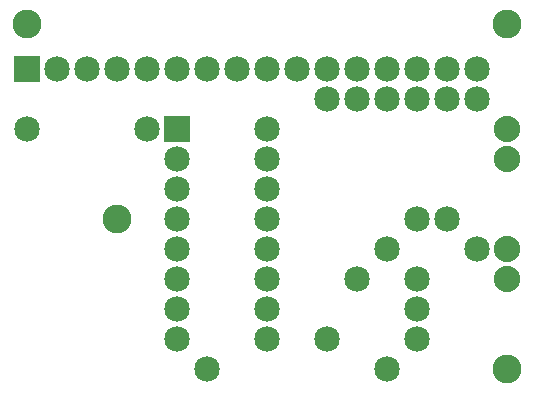
<source format=gts>
G04 MADE WITH FRITZING*
G04 WWW.FRITZING.ORG*
G04 DOUBLE SIDED*
G04 HOLES PLATED*
G04 CONTOUR ON CENTER OF CONTOUR VECTOR*
%ASAXBY*%
%FSLAX23Y23*%
%MOIN*%
%OFA0B0*%
%SFA1.0B1.0*%
%ADD10C,0.085000*%
%ADD11C,0.096614*%
%ADD12C,0.088000*%
%ADD13R,0.085000X0.085000*%
%LNMASK1*%
G90*
G70*
G54D10*
X126Y899D03*
X526Y899D03*
X1126Y999D03*
X1126Y199D03*
X1226Y399D03*
X1226Y999D03*
X1326Y499D03*
X1326Y999D03*
X1426Y599D03*
X1426Y999D03*
X1626Y499D03*
X1626Y999D03*
X726Y99D03*
X1326Y99D03*
G54D11*
X1726Y99D03*
X1726Y1251D03*
X426Y599D03*
X126Y1251D03*
G54D10*
X1426Y199D03*
X1426Y299D03*
X1426Y399D03*
G54D12*
X1726Y499D03*
X1726Y399D03*
G54D10*
X626Y899D03*
X926Y899D03*
X626Y799D03*
X926Y799D03*
X626Y699D03*
X926Y699D03*
X626Y599D03*
X926Y599D03*
X626Y499D03*
X926Y499D03*
X626Y399D03*
X926Y399D03*
X626Y299D03*
X926Y299D03*
X626Y199D03*
X926Y199D03*
G54D12*
X1726Y899D03*
X1726Y799D03*
G54D10*
X126Y1099D03*
X226Y1099D03*
X326Y1099D03*
X426Y1099D03*
X526Y1099D03*
X626Y1099D03*
X726Y1099D03*
X826Y1099D03*
X926Y1099D03*
X1026Y1099D03*
X1126Y1099D03*
X1226Y1099D03*
X1326Y1099D03*
X1426Y1099D03*
X1526Y1099D03*
X1626Y1099D03*
X1526Y999D03*
X1526Y599D03*
G54D13*
X626Y899D03*
X126Y1099D03*
G04 End of Mask1*
M02*
</source>
